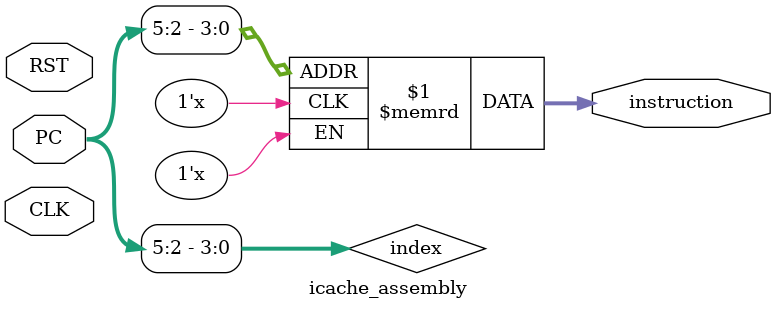
<source format=v>
module icache_assembly(PC, instruction, CLK, RST);
    parameter WIDTH = 32;
    reg [WIDTH-1:0] icache [15:0];
    
    input wire [WIDTH-1:0] PC;
    output wire [WIDTH-1:0] instruction;
    input wire CLK, RST;
    
    wire [3:0] index = PC[5:2];
    
    assign instruction = icache[index];
    always @ (posedge CLK or posedge RST) begin
    	if (RST == 1) begin
    	`ifdef TEST_ISSUE
    	    /*
        	    r0 contains pointer to weights1
        	    r1 contains pointer to weights2
        	    r2 contains pointer to bias1
        	    r3 contains pointer to bias2
        	    r4 contains pointer to imagearray
        	    r5 contains pointer to general memory
    	    */
    	    icache[0] <= 32'b00000000000000000110_00001_0110111; // lui r1, 0x00006 #r1 = 32'h00006000
    	    icache[1] <= 32'b001000000000_00001_000_00001_0010011; // addi r1, r1, 0x200 #r1 = 32'h00006200
    	    icache[2] <= 32'b00000000000000000110_00010_0110111; // lui r2, 0x00006 #r2 = 32'h00006000
    	    icache[3] <= 32'b001110000000_00010_000_00010_0010011; // addi r2, r2, 0x380 #r2 = 32'h00006380
    	    icache[4] <= 32'b00000000000000000110_00011_0110111; // lui r3, 0x00006 #r3 = 32'h00006000
    	    icache[5] <= 32'b001110100000_00011_000_00011_0010011; // addi r3, r3, 0x3a0 #r3 = 32'h000063a0
    	    icache[6] <= 32'b00000000000000001000_00100_0110111; // lui r4, 0x00008 #r4 = 32'h00008000
    	    icache[7] <= 32'b00000000000000001010_00101_0110111; // lui r5, 0x0000a #r5 = 32'h0000a000
    	    
    	    icache[8] <= 32'b000000000001_00001_000_00001_0010011; // addi r1, r1, 1 #r1 = 4
    	    icache[9] <= 32'b000000000001_00000_000_00011_0010011; // addi r3, r0, 1 #r3 = 1 (quadword aligned stride)
    	    icache[10] <= 32'b000000000001_00010_000_00101_1111010; // load4 v5, r2(1) # v20-23 = mem[32-56]
    	    icache[11] <= 32'b000000000001_00000_000_00011_1111011; // store4 v3, r0(1) # mem[0-24] = v12-v15
    	    icache[12] <= 32'b000000000001_00010_000_00101_1111010; // load4 v5, r2(1) # v20-23 = mem[32-56]
    	    icache[13] <= 32'b000000000000_00110_000_01000_1111100; // relu4 v8, v6 # v32-35 = relu(v24-27)
    	    icache[14] <= 32'b000000000000_00000_000_00000_0010011; // addi r0, r0, 0 #nop
    	    icache[15] <= 32'b1_111111_00000_00000_000_1110_1_1100011; // beq r0, r0, -4 # branch to 14
	    `endif
    	end else begin
    	// do nothing
    	end
    end

endmodule

</source>
